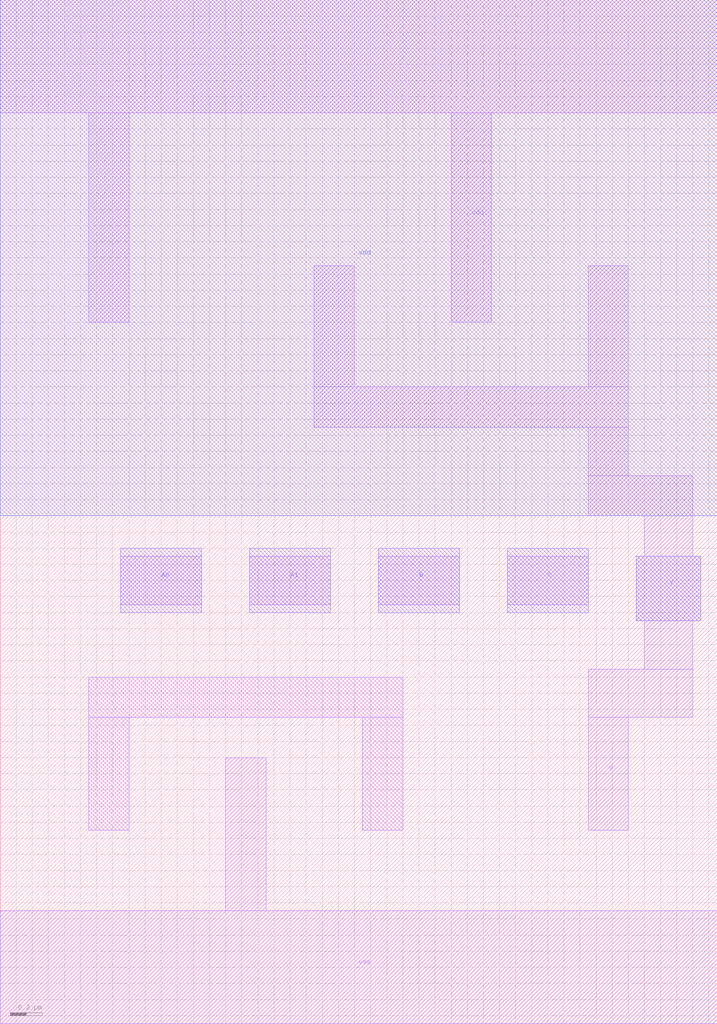
<source format=lef>
VERSION 5.7 ;
  NOWIREEXTENSIONATPIN ON ;
  DIVIDERCHAR "/" ;
  BUSBITCHARS "[]" ;
MACRO gf180mcu_gp9t3v3_oai211_1
  CLASS BLOCK ;
  FOREIGN gf180mcu_gp9t3v3_oai211_1 ;
  ORIGIN 3.000 2.850 ;
  SIZE 4.450 BY 6.350 ;
  PIN A0
    DIRECTION INPUT ;
    USE SIGNAL ;
    ANTENNAGATEAREA 0.765000 ;
    PORT
      LAYER Metal1 ;
        RECT -2.250 -0.250 -1.750 0.050 ;
      LAYER Metal2 ;
        RECT -2.250 -0.300 -1.750 0.100 ;
    END
  END A0
  PIN A1
    DIRECTION INPUT ;
    USE SIGNAL ;
    ANTENNAGATEAREA 0.765000 ;
    PORT
      LAYER Metal1 ;
        RECT -1.450 -0.250 -0.950 0.050 ;
      LAYER Metal2 ;
        RECT -1.450 -0.300 -0.950 0.100 ;
    END
  END A1
  PIN B
    DIRECTION INPUT ;
    USE SIGNAL ;
    ANTENNAGATEAREA 0.765000 ;
    PORT
      LAYER Metal1 ;
        RECT -0.650 -0.250 -0.150 0.050 ;
      LAYER Metal2 ;
        RECT -0.650 -0.300 -0.150 0.100 ;
    END
  END B
  PIN C
    DIRECTION INPUT ;
    USE SIGNAL ;
    ANTENNAGATEAREA 0.765000 ;
    PORT
      LAYER Metal1 ;
        RECT 0.150 -0.250 0.650 0.050 ;
      LAYER Metal2 ;
        RECT 0.150 -0.300 0.650 0.100 ;
    END
  END C
  PIN Y
    DIRECTION OUTPUT ;
    USE SIGNAL ;
    ANTENNADIFFAREA 2.210000 ;
    PORT
      LAYER Metal1 ;
        RECT -1.050 1.100 -0.800 1.850 ;
        RECT 0.650 1.100 0.900 1.850 ;
        RECT -1.050 0.850 0.900 1.100 ;
        RECT 0.650 0.550 0.900 0.850 ;
        RECT 0.650 0.300 1.300 0.550 ;
        RECT 1.000 0.050 1.300 0.300 ;
        RECT 0.950 -0.350 1.350 0.050 ;
        RECT 1.000 -0.650 1.300 -0.350 ;
        RECT 0.650 -0.950 1.300 -0.650 ;
        RECT 0.650 -1.650 0.900 -0.950 ;
      LAYER Metal2 ;
        RECT 0.950 -0.350 1.350 0.050 ;
    END
  END Y
  PIN vdd
    DIRECTION INOUT ;
    USE POWER ;
    SHAPE ABUTMENT ;
    PORT
      LAYER Nwell ;
        RECT -3.000 0.300 1.450 3.500 ;
      LAYER Metal1 ;
        RECT -3.000 2.800 1.450 3.500 ;
        RECT -2.450 1.500 -2.200 2.800 ;
        RECT -0.200 1.500 0.050 2.800 ;
    END
  END vdd
  PIN vss
    DIRECTION INOUT ;
    USE GROUND ;
    SHAPE ABUTMENT ;
    PORT
      LAYER Metal1 ;
        RECT -1.600 -2.150 -1.350 -1.200 ;
        RECT -3.000 -2.850 1.450 -2.150 ;
    END
  END vss
  OBS
      LAYER Metal1 ;
        RECT -2.450 -0.950 -0.500 -0.700 ;
        RECT -2.450 -1.650 -2.200 -0.950 ;
        RECT -0.750 -1.650 -0.500 -0.950 ;
  END
END gf180mcu_gp9t3v3_oai211_1
END LIBRARY


</source>
